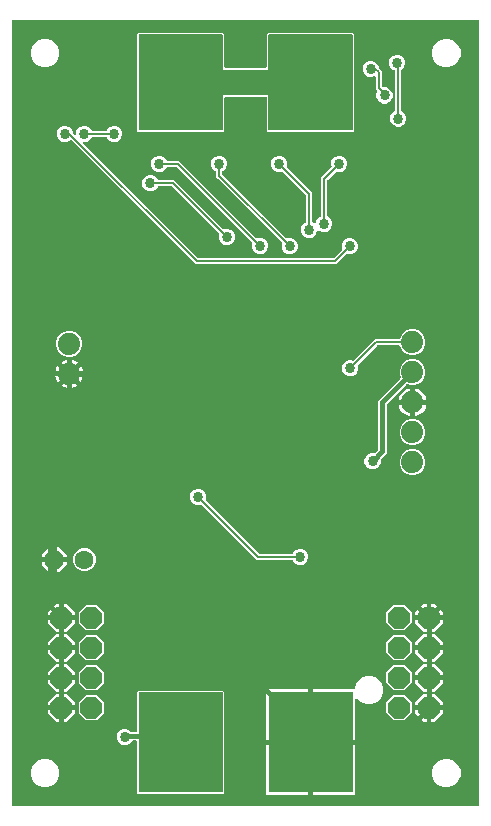
<source format=gbr>
G04 EAGLE Gerber RS-274X export*
G75*
%MOMM*%
%FSLAX34Y34*%
%LPD*%
%INBottom Copper*%
%IPPOS*%
%AMOC8*
5,1,8,0,0,1.08239X$1,22.5*%
G01*
%ADD10C,1.879600*%
%ADD11P,1.979475X8X292.500000*%
%ADD12P,1.979475X8X112.500000*%
%ADD13R,7.100000X8.450000*%
%ADD14P,1.732040X8X202.500000*%
%ADD15C,1.600200*%
%ADD16C,0.858000*%
%ADD17C,0.406400*%
%ADD18C,0.203200*%

G36*
X397042Y2009D02*
X397042Y2009D01*
X397100Y2007D01*
X397182Y2029D01*
X397266Y2041D01*
X397319Y2064D01*
X397375Y2079D01*
X397448Y2122D01*
X397525Y2157D01*
X397570Y2195D01*
X397620Y2224D01*
X397678Y2286D01*
X397742Y2340D01*
X397774Y2389D01*
X397814Y2432D01*
X397853Y2507D01*
X397900Y2577D01*
X397917Y2633D01*
X397944Y2685D01*
X397955Y2753D01*
X397985Y2848D01*
X397988Y2948D01*
X397999Y3016D01*
X397999Y666984D01*
X397991Y667042D01*
X397993Y667100D01*
X397971Y667182D01*
X397959Y667266D01*
X397936Y667319D01*
X397921Y667375D01*
X397878Y667448D01*
X397843Y667525D01*
X397805Y667570D01*
X397776Y667620D01*
X397714Y667678D01*
X397660Y667742D01*
X397611Y667774D01*
X397568Y667814D01*
X397493Y667853D01*
X397423Y667900D01*
X397367Y667917D01*
X397315Y667944D01*
X397247Y667955D01*
X397152Y667985D01*
X397052Y667988D01*
X396984Y667999D01*
X3016Y667999D01*
X2958Y667991D01*
X2900Y667993D01*
X2818Y667971D01*
X2734Y667959D01*
X2681Y667936D01*
X2625Y667921D01*
X2552Y667878D01*
X2475Y667843D01*
X2430Y667805D01*
X2380Y667776D01*
X2322Y667714D01*
X2258Y667660D01*
X2226Y667611D01*
X2186Y667568D01*
X2147Y667493D01*
X2100Y667423D01*
X2083Y667367D01*
X2056Y667315D01*
X2045Y667247D01*
X2015Y667152D01*
X2012Y667052D01*
X2001Y666984D01*
X2001Y3016D01*
X2009Y2958D01*
X2007Y2900D01*
X2029Y2818D01*
X2041Y2734D01*
X2064Y2681D01*
X2079Y2625D01*
X2122Y2552D01*
X2157Y2475D01*
X2195Y2430D01*
X2224Y2380D01*
X2286Y2322D01*
X2340Y2258D01*
X2389Y2226D01*
X2432Y2186D01*
X2507Y2147D01*
X2577Y2100D01*
X2633Y2083D01*
X2685Y2056D01*
X2753Y2045D01*
X2848Y2015D01*
X2948Y2012D01*
X3016Y2001D01*
X396984Y2001D01*
X397042Y2009D01*
G37*
%LPC*%
G36*
X109105Y572840D02*
X109105Y572840D01*
X107840Y574105D01*
X107840Y655895D01*
X109105Y657160D01*
X180895Y657160D01*
X182160Y655895D01*
X182160Y628175D01*
X182168Y628117D01*
X182166Y628059D01*
X182188Y627977D01*
X182200Y627893D01*
X182223Y627840D01*
X182238Y627784D01*
X182281Y627711D01*
X182316Y627634D01*
X182354Y627589D01*
X182383Y627539D01*
X182445Y627481D01*
X182499Y627417D01*
X182548Y627385D01*
X182591Y627345D01*
X182666Y627306D01*
X182736Y627259D01*
X182792Y627242D01*
X182844Y627215D01*
X182912Y627204D01*
X183007Y627174D01*
X183107Y627171D01*
X183175Y627160D01*
X216825Y627160D01*
X216883Y627168D01*
X216941Y627166D01*
X217023Y627188D01*
X217107Y627200D01*
X217160Y627223D01*
X217216Y627238D01*
X217289Y627281D01*
X217366Y627316D01*
X217411Y627354D01*
X217461Y627383D01*
X217519Y627445D01*
X217583Y627499D01*
X217615Y627548D01*
X217655Y627591D01*
X217694Y627666D01*
X217741Y627736D01*
X217758Y627792D01*
X217785Y627844D01*
X217796Y627912D01*
X217826Y628007D01*
X217829Y628107D01*
X217840Y628175D01*
X217840Y655895D01*
X219105Y657160D01*
X290895Y657160D01*
X292160Y655895D01*
X292160Y574105D01*
X290895Y572840D01*
X219105Y572840D01*
X217840Y574105D01*
X217840Y601825D01*
X217832Y601883D01*
X217834Y601941D01*
X217812Y602023D01*
X217800Y602107D01*
X217777Y602160D01*
X217762Y602216D01*
X217719Y602289D01*
X217684Y602366D01*
X217646Y602411D01*
X217617Y602461D01*
X217555Y602519D01*
X217501Y602583D01*
X217452Y602615D01*
X217409Y602655D01*
X217334Y602694D01*
X217264Y602741D01*
X217208Y602758D01*
X217156Y602785D01*
X217088Y602796D01*
X216993Y602826D01*
X216893Y602829D01*
X216825Y602840D01*
X183175Y602840D01*
X183117Y602832D01*
X183059Y602834D01*
X182977Y602812D01*
X182893Y602800D01*
X182840Y602777D01*
X182784Y602762D01*
X182711Y602719D01*
X182634Y602684D01*
X182589Y602646D01*
X182539Y602617D01*
X182481Y602555D01*
X182417Y602501D01*
X182385Y602452D01*
X182345Y602409D01*
X182306Y602334D01*
X182259Y602264D01*
X182242Y602208D01*
X182215Y602156D01*
X182204Y602088D01*
X182174Y601993D01*
X182171Y601893D01*
X182160Y601825D01*
X182160Y574105D01*
X180895Y572840D01*
X109105Y572840D01*
G37*
%LPD*%
G36*
X180065Y574377D02*
X180065Y574377D01*
X180131Y574379D01*
X180174Y574397D01*
X180221Y574405D01*
X180278Y574439D01*
X180338Y574464D01*
X180373Y574495D01*
X180414Y574520D01*
X180456Y574571D01*
X180504Y574615D01*
X180526Y574657D01*
X180555Y574694D01*
X180576Y574756D01*
X180607Y574815D01*
X180615Y574869D01*
X180627Y574906D01*
X180626Y574946D01*
X180634Y575000D01*
X180634Y604366D01*
X219366Y604366D01*
X219366Y575000D01*
X219377Y574935D01*
X219379Y574869D01*
X219397Y574826D01*
X219405Y574779D01*
X219439Y574722D01*
X219464Y574662D01*
X219495Y574627D01*
X219520Y574586D01*
X219571Y574545D01*
X219615Y574496D01*
X219657Y574474D01*
X219694Y574445D01*
X219756Y574424D01*
X219815Y574393D01*
X219869Y574385D01*
X219906Y574373D01*
X219946Y574374D01*
X220000Y574366D01*
X290000Y574366D01*
X290065Y574377D01*
X290131Y574379D01*
X290174Y574397D01*
X290221Y574405D01*
X290278Y574439D01*
X290338Y574464D01*
X290373Y574495D01*
X290414Y574520D01*
X290456Y574571D01*
X290504Y574615D01*
X290526Y574657D01*
X290555Y574694D01*
X290576Y574756D01*
X290607Y574815D01*
X290615Y574869D01*
X290627Y574906D01*
X290626Y574946D01*
X290634Y575000D01*
X290634Y655000D01*
X290623Y655065D01*
X290621Y655131D01*
X290603Y655174D01*
X290595Y655221D01*
X290561Y655278D01*
X290536Y655338D01*
X290505Y655373D01*
X290480Y655414D01*
X290429Y655456D01*
X290385Y655504D01*
X290343Y655526D01*
X290306Y655555D01*
X290244Y655576D01*
X290185Y655607D01*
X290131Y655615D01*
X290094Y655627D01*
X290054Y655626D01*
X290000Y655634D01*
X220000Y655634D01*
X219935Y655623D01*
X219869Y655621D01*
X219826Y655603D01*
X219779Y655595D01*
X219722Y655561D01*
X219662Y655536D01*
X219627Y655505D01*
X219586Y655480D01*
X219545Y655429D01*
X219496Y655385D01*
X219474Y655343D01*
X219445Y655306D01*
X219424Y655244D01*
X219393Y655185D01*
X219385Y655131D01*
X219373Y655094D01*
X219374Y655054D01*
X219366Y655000D01*
X219366Y625634D01*
X180634Y625634D01*
X180634Y655000D01*
X180623Y655065D01*
X180621Y655131D01*
X180603Y655174D01*
X180595Y655221D01*
X180561Y655278D01*
X180536Y655338D01*
X180505Y655373D01*
X180480Y655414D01*
X180429Y655456D01*
X180385Y655504D01*
X180343Y655526D01*
X180306Y655555D01*
X180244Y655576D01*
X180185Y655607D01*
X180131Y655615D01*
X180094Y655627D01*
X180054Y655626D01*
X180000Y655634D01*
X110000Y655634D01*
X109935Y655623D01*
X109869Y655621D01*
X109826Y655603D01*
X109779Y655595D01*
X109722Y655561D01*
X109662Y655536D01*
X109627Y655505D01*
X109586Y655480D01*
X109545Y655429D01*
X109496Y655385D01*
X109474Y655343D01*
X109445Y655306D01*
X109424Y655244D01*
X109393Y655185D01*
X109385Y655131D01*
X109373Y655094D01*
X109374Y655054D01*
X109366Y655000D01*
X109366Y575000D01*
X109377Y574935D01*
X109379Y574869D01*
X109397Y574826D01*
X109405Y574779D01*
X109439Y574722D01*
X109464Y574662D01*
X109495Y574627D01*
X109520Y574586D01*
X109571Y574545D01*
X109615Y574496D01*
X109657Y574474D01*
X109694Y574445D01*
X109756Y574424D01*
X109815Y574393D01*
X109869Y574385D01*
X109906Y574373D01*
X109946Y574374D01*
X110000Y574366D01*
X180000Y574366D01*
X180065Y574377D01*
G37*
%LPC*%
G36*
X108868Y12475D02*
X108868Y12475D01*
X107975Y13368D01*
X107975Y56758D01*
X107967Y56816D01*
X107969Y56874D01*
X107947Y56956D01*
X107935Y57040D01*
X107912Y57093D01*
X107897Y57149D01*
X107854Y57222D01*
X107819Y57299D01*
X107781Y57344D01*
X107752Y57394D01*
X107690Y57452D01*
X107636Y57516D01*
X107587Y57548D01*
X107544Y57588D01*
X107469Y57627D01*
X107399Y57674D01*
X107343Y57691D01*
X107291Y57718D01*
X107223Y57729D01*
X107128Y57759D01*
X107028Y57762D01*
X106960Y57773D01*
X104542Y57773D01*
X104540Y57773D01*
X104539Y57773D01*
X104399Y57753D01*
X104260Y57733D01*
X104259Y57733D01*
X104257Y57733D01*
X104132Y57676D01*
X104001Y57617D01*
X104000Y57616D01*
X103998Y57615D01*
X103891Y57524D01*
X103784Y57434D01*
X103783Y57432D01*
X103782Y57431D01*
X103774Y57418D01*
X103626Y57197D01*
X103617Y57168D01*
X103604Y57147D01*
X103581Y57091D01*
X101659Y55169D01*
X99149Y54129D01*
X96431Y54129D01*
X93921Y55169D01*
X91999Y57091D01*
X90959Y59601D01*
X90959Y62319D01*
X91999Y64829D01*
X93921Y66751D01*
X96431Y67791D01*
X99149Y67791D01*
X101659Y66751D01*
X103226Y65184D01*
X103296Y65132D01*
X103360Y65072D01*
X103409Y65046D01*
X103453Y65013D01*
X103535Y64982D01*
X103613Y64942D01*
X103660Y64934D01*
X103719Y64912D01*
X103867Y64900D01*
X103944Y64887D01*
X106960Y64887D01*
X107018Y64895D01*
X107076Y64893D01*
X107158Y64915D01*
X107242Y64927D01*
X107295Y64950D01*
X107351Y64965D01*
X107424Y65008D01*
X107501Y65043D01*
X107546Y65081D01*
X107596Y65110D01*
X107654Y65172D01*
X107718Y65226D01*
X107750Y65275D01*
X107790Y65318D01*
X107829Y65393D01*
X107876Y65463D01*
X107893Y65519D01*
X107920Y65571D01*
X107931Y65639D01*
X107961Y65734D01*
X107964Y65834D01*
X107975Y65902D01*
X107975Y99132D01*
X108868Y100025D01*
X181132Y100025D01*
X182025Y99132D01*
X182025Y13368D01*
X181132Y12475D01*
X108868Y12475D01*
G37*
%LPD*%
%LPC*%
G36*
X157698Y461009D02*
X157698Y461009D01*
X52646Y566060D01*
X52600Y566096D01*
X52559Y566138D01*
X52486Y566181D01*
X52419Y566231D01*
X52365Y566252D01*
X52314Y566282D01*
X52232Y566303D01*
X52154Y566333D01*
X52095Y566337D01*
X52039Y566352D01*
X51954Y566349D01*
X51870Y566356D01*
X51813Y566345D01*
X51754Y566343D01*
X51674Y566317D01*
X51591Y566300D01*
X51540Y566273D01*
X51484Y566255D01*
X51428Y566215D01*
X51339Y566169D01*
X51267Y566101D01*
X51211Y566060D01*
X50859Y565709D01*
X48349Y564669D01*
X45631Y564669D01*
X43121Y565709D01*
X41199Y567631D01*
X40159Y570141D01*
X40159Y572859D01*
X41199Y575369D01*
X43121Y577291D01*
X45631Y578331D01*
X48349Y578331D01*
X50859Y577291D01*
X52781Y575369D01*
X53821Y572859D01*
X53821Y572493D01*
X53833Y572406D01*
X53836Y572319D01*
X53853Y572266D01*
X53861Y572211D01*
X53896Y572132D01*
X53923Y572048D01*
X53951Y572009D01*
X53977Y571952D01*
X54073Y571839D01*
X54118Y571775D01*
X54936Y570957D01*
X54960Y570939D01*
X54979Y570917D01*
X55073Y570854D01*
X55163Y570786D01*
X55191Y570776D01*
X55215Y570759D01*
X55323Y570725D01*
X55429Y570685D01*
X55458Y570682D01*
X55486Y570674D01*
X55600Y570671D01*
X55712Y570661D01*
X55741Y570667D01*
X55770Y570666D01*
X55880Y570695D01*
X55991Y570717D01*
X56017Y570731D01*
X56045Y570738D01*
X56143Y570796D01*
X56243Y570848D01*
X56265Y570868D01*
X56290Y570883D01*
X56367Y570966D01*
X56449Y571044D01*
X56464Y571069D01*
X56484Y571091D01*
X56536Y571192D01*
X56593Y571289D01*
X56600Y571318D01*
X56614Y571344D01*
X56627Y571421D01*
X56663Y571565D01*
X56661Y571627D01*
X56669Y571675D01*
X56669Y572859D01*
X57709Y575369D01*
X59631Y577291D01*
X62141Y578331D01*
X64859Y578331D01*
X67369Y577291D01*
X69291Y575369D01*
X69582Y574667D01*
X69582Y574666D01*
X69583Y574665D01*
X69653Y574546D01*
X69726Y574423D01*
X69727Y574421D01*
X69728Y574420D01*
X69830Y574325D01*
X69933Y574227D01*
X69934Y574227D01*
X69935Y574226D01*
X70061Y574161D01*
X70185Y574097D01*
X70187Y574097D01*
X70188Y574096D01*
X70203Y574094D01*
X70464Y574042D01*
X70495Y574045D01*
X70519Y574041D01*
X81881Y574041D01*
X81882Y574041D01*
X81884Y574041D01*
X82024Y574061D01*
X82162Y574081D01*
X82163Y574081D01*
X82165Y574081D01*
X82295Y574140D01*
X82421Y574197D01*
X82423Y574198D01*
X82424Y574199D01*
X82531Y574289D01*
X82638Y574380D01*
X82639Y574382D01*
X82641Y574383D01*
X82648Y574395D01*
X82796Y574617D01*
X82805Y574646D01*
X82818Y574667D01*
X83109Y575369D01*
X85031Y577291D01*
X87541Y578331D01*
X90259Y578331D01*
X92769Y577291D01*
X94691Y575369D01*
X95731Y572859D01*
X95731Y570141D01*
X94691Y567631D01*
X92769Y565709D01*
X90259Y564669D01*
X87541Y564669D01*
X85031Y565709D01*
X83109Y567631D01*
X82818Y568333D01*
X82818Y568334D01*
X82817Y568335D01*
X82748Y568452D01*
X82674Y568577D01*
X82673Y568579D01*
X82672Y568580D01*
X82570Y568675D01*
X82467Y568773D01*
X82466Y568773D01*
X82465Y568774D01*
X82339Y568839D01*
X82215Y568903D01*
X82213Y568903D01*
X82212Y568904D01*
X82197Y568906D01*
X81936Y568958D01*
X81905Y568955D01*
X81881Y568959D01*
X70519Y568959D01*
X70518Y568959D01*
X70516Y568959D01*
X70376Y568939D01*
X70238Y568919D01*
X70237Y568919D01*
X70235Y568919D01*
X70105Y568860D01*
X69979Y568803D01*
X69977Y568802D01*
X69976Y568801D01*
X69869Y568711D01*
X69762Y568620D01*
X69761Y568618D01*
X69759Y568617D01*
X69752Y568605D01*
X69604Y568383D01*
X69595Y568354D01*
X69582Y568333D01*
X69291Y567631D01*
X67369Y565709D01*
X64859Y564669D01*
X63675Y564669D01*
X63646Y564665D01*
X63617Y564668D01*
X63506Y564645D01*
X63393Y564629D01*
X63367Y564617D01*
X63338Y564612D01*
X63237Y564560D01*
X63134Y564513D01*
X63112Y564494D01*
X63086Y564481D01*
X63003Y564403D01*
X62917Y564330D01*
X62901Y564305D01*
X62879Y564285D01*
X62822Y564187D01*
X62759Y564093D01*
X62751Y564065D01*
X62736Y564040D01*
X62708Y563930D01*
X62674Y563822D01*
X62673Y563792D01*
X62666Y563764D01*
X62669Y563651D01*
X62666Y563538D01*
X62674Y563509D01*
X62675Y563480D01*
X62710Y563372D01*
X62738Y563263D01*
X62753Y563237D01*
X62762Y563209D01*
X62808Y563146D01*
X62883Y563018D01*
X62929Y562975D01*
X62957Y562936D01*
X159505Y466388D01*
X159575Y466336D01*
X159639Y466276D01*
X159688Y466250D01*
X159732Y466217D01*
X159814Y466186D01*
X159892Y466146D01*
X159939Y466138D01*
X159998Y466116D01*
X160146Y466104D01*
X160223Y466091D01*
X274117Y466091D01*
X274204Y466103D01*
X274291Y466106D01*
X274344Y466123D01*
X274399Y466131D01*
X274478Y466166D01*
X274562Y466193D01*
X274601Y466221D01*
X274658Y466247D01*
X274771Y466343D01*
X274835Y466388D01*
X281530Y473083D01*
X281531Y473084D01*
X281532Y473085D01*
X281617Y473199D01*
X281701Y473310D01*
X281701Y473312D01*
X281702Y473313D01*
X281752Y473445D01*
X281802Y473576D01*
X281802Y473577D01*
X281803Y473579D01*
X281814Y473723D01*
X281826Y473859D01*
X281825Y473861D01*
X281825Y473862D01*
X281822Y473878D01*
X281770Y474138D01*
X281756Y474165D01*
X281750Y474189D01*
X281459Y474891D01*
X281459Y477609D01*
X282499Y480119D01*
X284421Y482041D01*
X286931Y483081D01*
X289649Y483081D01*
X292159Y482041D01*
X294081Y480119D01*
X295121Y477609D01*
X295121Y474891D01*
X294081Y472381D01*
X292159Y470459D01*
X289649Y469419D01*
X286931Y469419D01*
X286229Y469710D01*
X286228Y469710D01*
X286227Y469711D01*
X286093Y469745D01*
X285954Y469781D01*
X285953Y469781D01*
X285951Y469781D01*
X285810Y469777D01*
X285670Y469773D01*
X285668Y469772D01*
X285667Y469772D01*
X285534Y469729D01*
X285399Y469686D01*
X285398Y469685D01*
X285396Y469685D01*
X285384Y469676D01*
X285163Y469528D01*
X285143Y469504D01*
X285123Y469490D01*
X278428Y462795D01*
X276642Y461009D01*
X157698Y461009D01*
G37*
%LPD*%
%LPC*%
G36*
X257031Y58281D02*
X257031Y58281D01*
X257031Y101041D01*
X290834Y101041D01*
X291221Y100937D01*
X291270Y100931D01*
X291316Y100916D01*
X291410Y100914D01*
X291503Y100903D01*
X291552Y100910D01*
X291600Y100909D01*
X291691Y100933D01*
X291784Y100948D01*
X291828Y100969D01*
X291875Y100981D01*
X291956Y101029D01*
X292041Y101069D01*
X292078Y101101D01*
X292120Y101126D01*
X292184Y101195D01*
X292255Y101257D01*
X292281Y101298D01*
X292314Y101334D01*
X292357Y101417D01*
X292408Y101496D01*
X292422Y101543D01*
X292444Y101587D01*
X292456Y101660D01*
X292488Y101769D01*
X292489Y101856D01*
X292499Y101918D01*
X292499Y102887D01*
X294326Y107298D01*
X297702Y110674D01*
X302113Y112501D01*
X306887Y112501D01*
X311298Y110674D01*
X314674Y107298D01*
X316501Y102887D01*
X316501Y98113D01*
X314674Y93702D01*
X311298Y90326D01*
X306887Y88499D01*
X302113Y88499D01*
X297702Y90326D01*
X294774Y93255D01*
X294750Y93272D01*
X294731Y93295D01*
X294637Y93357D01*
X294547Y93425D01*
X294519Y93436D01*
X294495Y93452D01*
X294387Y93486D01*
X294281Y93527D01*
X294252Y93529D01*
X294224Y93538D01*
X294110Y93541D01*
X293998Y93550D01*
X293969Y93544D01*
X293940Y93545D01*
X293830Y93517D01*
X293719Y93494D01*
X293693Y93481D01*
X293665Y93473D01*
X293567Y93416D01*
X293467Y93363D01*
X293445Y93343D01*
X293420Y93328D01*
X293343Y93246D01*
X293261Y93168D01*
X293246Y93142D01*
X293226Y93121D01*
X293174Y93020D01*
X293117Y92922D01*
X293110Y92894D01*
X293096Y92868D01*
X293083Y92790D01*
X293047Y92647D01*
X293049Y92584D01*
X293041Y92537D01*
X293041Y58281D01*
X257031Y58281D01*
G37*
%LPD*%
%LPC*%
G36*
X257031Y11459D02*
X257031Y11459D01*
X257031Y54219D01*
X293041Y54219D01*
X293041Y13666D01*
X292868Y13019D01*
X292533Y12440D01*
X292060Y11967D01*
X291481Y11632D01*
X290834Y11459D01*
X257031Y11459D01*
G37*
%LPD*%
%LPC*%
G36*
X216959Y58281D02*
X216959Y58281D01*
X216959Y98834D01*
X217132Y99481D01*
X217467Y100060D01*
X217940Y100533D01*
X218519Y100868D01*
X219166Y101041D01*
X252969Y101041D01*
X252969Y58281D01*
X216959Y58281D01*
G37*
%LPD*%
%LPC*%
G36*
X219166Y11459D02*
X219166Y11459D01*
X218519Y11632D01*
X217940Y11967D01*
X217467Y12440D01*
X217132Y13019D01*
X216959Y13666D01*
X216959Y54219D01*
X252969Y54219D01*
X252969Y11459D01*
X219166Y11459D01*
G37*
%LPD*%
%LPC*%
G36*
X252641Y483389D02*
X252641Y483389D01*
X250131Y484429D01*
X248209Y486351D01*
X247169Y488861D01*
X247169Y491579D01*
X248209Y494089D01*
X250131Y496011D01*
X250833Y496302D01*
X250834Y496302D01*
X250835Y496303D01*
X250952Y496372D01*
X251077Y496446D01*
X251079Y496447D01*
X251080Y496448D01*
X251175Y496550D01*
X251273Y496653D01*
X251273Y496654D01*
X251274Y496655D01*
X251339Y496781D01*
X251403Y496905D01*
X251403Y496907D01*
X251404Y496908D01*
X251406Y496923D01*
X251458Y497184D01*
X251455Y497215D01*
X251459Y497239D01*
X251459Y519227D01*
X251447Y519314D01*
X251444Y519401D01*
X251427Y519454D01*
X251419Y519509D01*
X251384Y519588D01*
X251357Y519672D01*
X251329Y519711D01*
X251303Y519768D01*
X251207Y519881D01*
X251162Y519945D01*
X231767Y539340D01*
X231766Y539341D01*
X231765Y539342D01*
X231651Y539427D01*
X231540Y539511D01*
X231538Y539511D01*
X231537Y539512D01*
X231408Y539561D01*
X231274Y539612D01*
X231273Y539612D01*
X231271Y539613D01*
X231127Y539624D01*
X230991Y539636D01*
X230989Y539635D01*
X230988Y539635D01*
X230972Y539632D01*
X230712Y539580D01*
X230685Y539566D01*
X230661Y539560D01*
X229959Y539269D01*
X227241Y539269D01*
X224731Y540309D01*
X222809Y542231D01*
X221769Y544741D01*
X221769Y547459D01*
X222809Y549969D01*
X224731Y551891D01*
X227241Y552931D01*
X229959Y552931D01*
X232469Y551891D01*
X234391Y549969D01*
X235431Y547459D01*
X235431Y544741D01*
X235140Y544039D01*
X235140Y544038D01*
X235139Y544037D01*
X235105Y543903D01*
X235069Y543764D01*
X235069Y543763D01*
X235069Y543761D01*
X235073Y543620D01*
X235077Y543480D01*
X235078Y543478D01*
X235078Y543477D01*
X235121Y543344D01*
X235164Y543209D01*
X235165Y543208D01*
X235165Y543206D01*
X235174Y543194D01*
X235322Y542973D01*
X235346Y542953D01*
X235360Y542933D01*
X256541Y521752D01*
X256541Y497239D01*
X256541Y497238D01*
X256541Y497236D01*
X256561Y497096D01*
X256581Y496958D01*
X256581Y496957D01*
X256581Y496955D01*
X256643Y496819D01*
X256697Y496699D01*
X256698Y496697D01*
X256699Y496696D01*
X256789Y496589D01*
X256880Y496482D01*
X256882Y496481D01*
X256883Y496479D01*
X256895Y496472D01*
X257117Y496324D01*
X257146Y496315D01*
X257167Y496302D01*
X257869Y496011D01*
X258136Y495744D01*
X258160Y495726D01*
X258179Y495704D01*
X258273Y495641D01*
X258363Y495573D01*
X258391Y495563D01*
X258415Y495546D01*
X258523Y495512D01*
X258629Y495472D01*
X258658Y495469D01*
X258686Y495461D01*
X258799Y495458D01*
X258912Y495448D01*
X258941Y495454D01*
X258970Y495453D01*
X259080Y495482D01*
X259191Y495504D01*
X259217Y495518D01*
X259245Y495525D01*
X259343Y495583D01*
X259443Y495635D01*
X259465Y495655D01*
X259490Y495670D01*
X259567Y495753D01*
X259649Y495831D01*
X259664Y495856D01*
X259684Y495878D01*
X259736Y495979D01*
X259793Y496076D01*
X259800Y496105D01*
X259814Y496131D01*
X259827Y496208D01*
X259863Y496352D01*
X259861Y496414D01*
X259869Y496462D01*
X259869Y496659D01*
X260909Y499169D01*
X262831Y501091D01*
X263533Y501382D01*
X263534Y501382D01*
X263535Y501383D01*
X263654Y501453D01*
X263777Y501526D01*
X263778Y501527D01*
X263780Y501528D01*
X263877Y501632D01*
X263973Y501733D01*
X263973Y501734D01*
X263974Y501735D01*
X264039Y501861D01*
X264103Y501985D01*
X264103Y501987D01*
X264104Y501988D01*
X264106Y502003D01*
X264158Y502264D01*
X264155Y502295D01*
X264159Y502320D01*
X264159Y534452D01*
X272640Y542933D01*
X272641Y542934D01*
X272642Y542935D01*
X272727Y543049D01*
X272811Y543160D01*
X272811Y543162D01*
X272812Y543163D01*
X272862Y543295D01*
X272912Y543426D01*
X272912Y543427D01*
X272913Y543429D01*
X272924Y543568D01*
X272936Y543709D01*
X272935Y543711D01*
X272935Y543712D01*
X272932Y543728D01*
X272880Y543988D01*
X272866Y544015D01*
X272860Y544039D01*
X272569Y544741D01*
X272569Y547459D01*
X273609Y549969D01*
X275531Y551891D01*
X278041Y552931D01*
X280759Y552931D01*
X283269Y551891D01*
X285191Y549969D01*
X286231Y547459D01*
X286231Y544741D01*
X285191Y542231D01*
X283269Y540309D01*
X280759Y539269D01*
X278041Y539269D01*
X277339Y539560D01*
X277338Y539560D01*
X277337Y539561D01*
X277203Y539595D01*
X277064Y539631D01*
X277063Y539631D01*
X277061Y539631D01*
X276920Y539627D01*
X276780Y539623D01*
X276778Y539622D01*
X276777Y539622D01*
X276644Y539579D01*
X276509Y539536D01*
X276508Y539535D01*
X276506Y539535D01*
X276494Y539526D01*
X276273Y539378D01*
X276253Y539354D01*
X276233Y539340D01*
X269538Y532645D01*
X269486Y532575D01*
X269426Y532511D01*
X269400Y532462D01*
X269367Y532418D01*
X269336Y532336D01*
X269296Y532258D01*
X269288Y532211D01*
X269266Y532152D01*
X269254Y532004D01*
X269241Y531927D01*
X269241Y502320D01*
X269241Y502318D01*
X269241Y502316D01*
X269261Y502177D01*
X269281Y502038D01*
X269281Y502037D01*
X269281Y502035D01*
X269340Y501905D01*
X269397Y501779D01*
X269398Y501777D01*
X269398Y501776D01*
X269492Y501666D01*
X269580Y501562D01*
X269582Y501561D01*
X269583Y501560D01*
X269596Y501551D01*
X269817Y501404D01*
X269846Y501395D01*
X269867Y501382D01*
X270569Y501091D01*
X272491Y499169D01*
X273531Y496659D01*
X273531Y493941D01*
X272491Y491431D01*
X270569Y489509D01*
X268059Y488469D01*
X265341Y488469D01*
X262831Y489509D01*
X262564Y489776D01*
X262540Y489794D01*
X262521Y489816D01*
X262427Y489879D01*
X262337Y489947D01*
X262309Y489957D01*
X262285Y489974D01*
X262177Y490008D01*
X262071Y490048D01*
X262042Y490051D01*
X262014Y490059D01*
X261901Y490062D01*
X261788Y490072D01*
X261759Y490066D01*
X261730Y490067D01*
X261620Y490038D01*
X261509Y490016D01*
X261483Y490002D01*
X261455Y489995D01*
X261357Y489937D01*
X261257Y489885D01*
X261235Y489865D01*
X261210Y489850D01*
X261133Y489767D01*
X261051Y489689D01*
X261036Y489664D01*
X261016Y489642D01*
X260964Y489541D01*
X260907Y489444D01*
X260900Y489415D01*
X260886Y489389D01*
X260873Y489312D01*
X260837Y489168D01*
X260839Y489106D01*
X260831Y489058D01*
X260831Y488861D01*
X259791Y486351D01*
X257869Y484429D01*
X255359Y483389D01*
X252641Y483389D01*
G37*
%LPD*%
%LPC*%
G36*
X306159Y287479D02*
X306159Y287479D01*
X303649Y288519D01*
X301727Y290441D01*
X300687Y292951D01*
X300687Y295669D01*
X301727Y298179D01*
X303649Y300101D01*
X306159Y301141D01*
X308898Y301141D01*
X308985Y301153D01*
X309072Y301156D01*
X309125Y301173D01*
X309180Y301181D01*
X309260Y301216D01*
X309343Y301243D01*
X309382Y301271D01*
X309439Y301297D01*
X309552Y301393D01*
X309616Y301438D01*
X312046Y303868D01*
X312098Y303938D01*
X312158Y304002D01*
X312184Y304051D01*
X312217Y304095D01*
X312248Y304177D01*
X312288Y304255D01*
X312296Y304302D01*
X312318Y304361D01*
X312330Y304508D01*
X312343Y304586D01*
X312343Y345473D01*
X314724Y347854D01*
X330987Y364117D01*
X330988Y364118D01*
X330989Y364119D01*
X331074Y364233D01*
X331158Y364344D01*
X331159Y364346D01*
X331160Y364347D01*
X331209Y364479D01*
X331259Y364610D01*
X331259Y364612D01*
X331260Y364613D01*
X331272Y364758D01*
X331283Y364893D01*
X331283Y364895D01*
X331283Y364896D01*
X331279Y364912D01*
X331227Y365172D01*
X331213Y365199D01*
X331207Y365224D01*
X330377Y367227D01*
X330377Y371573D01*
X332040Y375587D01*
X335113Y378660D01*
X339127Y380323D01*
X343473Y380323D01*
X347487Y378660D01*
X350560Y375587D01*
X352223Y371573D01*
X352223Y367227D01*
X350560Y363213D01*
X347487Y360140D01*
X343473Y358477D01*
X339127Y358477D01*
X337124Y359307D01*
X337122Y359308D01*
X337121Y359308D01*
X337107Y359312D01*
X337104Y359313D01*
X337098Y359314D01*
X336988Y359342D01*
X336848Y359378D01*
X336847Y359378D01*
X336845Y359379D01*
X336704Y359374D01*
X336564Y359370D01*
X336563Y359370D01*
X336561Y359370D01*
X336428Y359327D01*
X336293Y359283D01*
X336292Y359283D01*
X336291Y359282D01*
X336278Y359273D01*
X336207Y359225D01*
X336178Y359213D01*
X336142Y359182D01*
X336057Y359125D01*
X336038Y359102D01*
X336017Y359087D01*
X319754Y342824D01*
X319738Y342802D01*
X319717Y342785D01*
X319685Y342737D01*
X319642Y342690D01*
X319616Y342641D01*
X319583Y342597D01*
X319571Y342566D01*
X319560Y342548D01*
X319545Y342501D01*
X319512Y342437D01*
X319504Y342390D01*
X319482Y342331D01*
X319479Y342293D01*
X319474Y342277D01*
X319472Y342215D01*
X319470Y342184D01*
X319457Y342106D01*
X319457Y301219D01*
X314646Y296408D01*
X314594Y296338D01*
X314534Y296274D01*
X314508Y296225D01*
X314475Y296181D01*
X314444Y296099D01*
X314404Y296021D01*
X314396Y295974D01*
X314374Y295915D01*
X314362Y295768D01*
X314349Y295690D01*
X314349Y292951D01*
X313309Y290441D01*
X311387Y288519D01*
X308877Y287479D01*
X306159Y287479D01*
G37*
%LPD*%
%LPC*%
G36*
X211036Y469724D02*
X211036Y469724D01*
X208525Y470764D01*
X206604Y472685D01*
X205564Y475196D01*
X205564Y477913D01*
X205855Y478615D01*
X205855Y478617D01*
X205856Y478618D01*
X205890Y478751D01*
X205925Y478890D01*
X205925Y478892D01*
X205926Y478894D01*
X205921Y479031D01*
X205917Y479175D01*
X205917Y479176D01*
X205917Y479178D01*
X205874Y479310D01*
X205831Y479445D01*
X205830Y479447D01*
X205829Y479448D01*
X205821Y479460D01*
X205672Y479681D01*
X205649Y479701D01*
X205634Y479721D01*
X142094Y543262D01*
X142024Y543314D01*
X141960Y543374D01*
X141911Y543400D01*
X141867Y543433D01*
X141785Y543464D01*
X141707Y543504D01*
X141660Y543512D01*
X141601Y543534D01*
X141453Y543546D01*
X141376Y543559D01*
X134019Y543559D01*
X134018Y543559D01*
X134016Y543559D01*
X133876Y543539D01*
X133738Y543519D01*
X133737Y543519D01*
X133735Y543519D01*
X133605Y543460D01*
X133479Y543403D01*
X133477Y543402D01*
X133476Y543401D01*
X133369Y543311D01*
X133262Y543220D01*
X133261Y543218D01*
X133259Y543217D01*
X133252Y543205D01*
X133104Y542983D01*
X133095Y542954D01*
X133082Y542933D01*
X132791Y542231D01*
X130869Y540309D01*
X128359Y539269D01*
X125641Y539269D01*
X123131Y540309D01*
X121209Y542231D01*
X120169Y544741D01*
X120169Y547459D01*
X121209Y549969D01*
X123131Y551891D01*
X125641Y552931D01*
X128359Y552931D01*
X130869Y551891D01*
X132791Y549969D01*
X133082Y549267D01*
X133082Y549266D01*
X133083Y549265D01*
X133152Y549148D01*
X133226Y549023D01*
X133227Y549021D01*
X133228Y549020D01*
X133330Y548925D01*
X133433Y548827D01*
X133434Y548827D01*
X133435Y548826D01*
X133561Y548761D01*
X133685Y548697D01*
X133687Y548697D01*
X133688Y548696D01*
X133703Y548694D01*
X133964Y548642D01*
X133995Y548645D01*
X134019Y548641D01*
X143902Y548641D01*
X145687Y546855D01*
X209228Y483315D01*
X209229Y483314D01*
X209230Y483312D01*
X209348Y483224D01*
X209455Y483144D01*
X209456Y483143D01*
X209458Y483142D01*
X209591Y483092D01*
X209720Y483043D01*
X209722Y483042D01*
X209723Y483042D01*
X209868Y483030D01*
X210004Y483019D01*
X210005Y483019D01*
X210007Y483019D01*
X210022Y483023D01*
X210282Y483075D01*
X210310Y483089D01*
X210334Y483095D01*
X211036Y483385D01*
X213753Y483385D01*
X216264Y482345D01*
X218185Y480424D01*
X219225Y477913D01*
X219225Y475196D01*
X218185Y472685D01*
X216264Y470764D01*
X213753Y469724D01*
X211036Y469724D01*
G37*
%LPD*%
%LPC*%
G36*
X245021Y206529D02*
X245021Y206529D01*
X242511Y207569D01*
X240589Y209491D01*
X240298Y210193D01*
X240298Y210194D01*
X240297Y210195D01*
X240228Y210312D01*
X240154Y210437D01*
X240153Y210439D01*
X240152Y210440D01*
X240050Y210535D01*
X239947Y210633D01*
X239946Y210633D01*
X239945Y210634D01*
X239819Y210699D01*
X239695Y210763D01*
X239693Y210763D01*
X239692Y210764D01*
X239677Y210766D01*
X239416Y210818D01*
X239385Y210815D01*
X239361Y210819D01*
X209768Y210819D01*
X207982Y212605D01*
X163187Y257400D01*
X163186Y257401D01*
X163185Y257402D01*
X163069Y257489D01*
X162960Y257571D01*
X162958Y257571D01*
X162957Y257572D01*
X162825Y257622D01*
X162694Y257672D01*
X162693Y257672D01*
X162691Y257673D01*
X162547Y257684D01*
X162411Y257696D01*
X162409Y257695D01*
X162408Y257695D01*
X162392Y257692D01*
X162132Y257640D01*
X162105Y257626D01*
X162081Y257620D01*
X161379Y257329D01*
X158661Y257329D01*
X156151Y258369D01*
X154229Y260291D01*
X153189Y262801D01*
X153189Y265519D01*
X154229Y268029D01*
X156151Y269951D01*
X158661Y270991D01*
X161379Y270991D01*
X163889Y269951D01*
X165811Y268029D01*
X166851Y265519D01*
X166851Y262801D01*
X166560Y262099D01*
X166560Y262098D01*
X166559Y262097D01*
X166524Y261960D01*
X166489Y261824D01*
X166489Y261823D01*
X166489Y261821D01*
X166493Y261680D01*
X166497Y261540D01*
X166498Y261538D01*
X166498Y261537D01*
X166541Y261404D01*
X166584Y261269D01*
X166585Y261268D01*
X166585Y261266D01*
X166594Y261254D01*
X166742Y261033D01*
X166766Y261013D01*
X166780Y260993D01*
X211575Y216198D01*
X211645Y216146D01*
X211709Y216086D01*
X211758Y216060D01*
X211802Y216027D01*
X211884Y215996D01*
X211962Y215956D01*
X212009Y215948D01*
X212068Y215926D01*
X212216Y215914D01*
X212293Y215901D01*
X239361Y215901D01*
X239362Y215901D01*
X239364Y215901D01*
X239504Y215921D01*
X239642Y215941D01*
X239643Y215941D01*
X239645Y215941D01*
X239775Y216000D01*
X239901Y216057D01*
X239903Y216058D01*
X239904Y216059D01*
X240011Y216149D01*
X240118Y216240D01*
X240119Y216242D01*
X240121Y216243D01*
X240128Y216255D01*
X240276Y216477D01*
X240285Y216506D01*
X240298Y216527D01*
X240589Y217229D01*
X242511Y219151D01*
X245021Y220191D01*
X247739Y220191D01*
X250249Y219151D01*
X252171Y217229D01*
X253211Y214719D01*
X253211Y212001D01*
X252171Y209491D01*
X250249Y207569D01*
X247739Y206529D01*
X245021Y206529D01*
G37*
%LPD*%
%LPC*%
G36*
X287241Y366079D02*
X287241Y366079D01*
X284731Y367119D01*
X282809Y369041D01*
X281769Y371551D01*
X281769Y374269D01*
X282809Y376779D01*
X284731Y378701D01*
X287241Y379741D01*
X289959Y379741D01*
X290661Y379450D01*
X290662Y379450D01*
X290663Y379449D01*
X290797Y379415D01*
X290936Y379379D01*
X290937Y379379D01*
X290939Y379379D01*
X291080Y379383D01*
X291220Y379387D01*
X291222Y379388D01*
X291223Y379388D01*
X291356Y379431D01*
X291491Y379474D01*
X291492Y379475D01*
X291494Y379475D01*
X291506Y379484D01*
X291727Y379632D01*
X291747Y379656D01*
X291767Y379670D01*
X307652Y395555D01*
X309438Y397341D01*
X329851Y397341D01*
X329853Y397341D01*
X329855Y397341D01*
X329995Y397361D01*
X330133Y397381D01*
X330134Y397381D01*
X330136Y397381D01*
X330262Y397438D01*
X330392Y397497D01*
X330394Y397498D01*
X330395Y397499D01*
X330502Y397590D01*
X330609Y397680D01*
X330610Y397682D01*
X330611Y397683D01*
X330620Y397696D01*
X330767Y397917D01*
X330776Y397946D01*
X330789Y397967D01*
X332040Y400987D01*
X335113Y404060D01*
X339127Y405723D01*
X343473Y405723D01*
X347487Y404060D01*
X350560Y400987D01*
X352223Y396973D01*
X352223Y392627D01*
X350560Y388613D01*
X347487Y385540D01*
X343473Y383877D01*
X339127Y383877D01*
X335113Y385540D01*
X332040Y388613D01*
X330789Y391633D01*
X330789Y391634D01*
X330788Y391635D01*
X330717Y391756D01*
X330645Y391877D01*
X330644Y391878D01*
X330643Y391880D01*
X330539Y391977D01*
X330438Y392073D01*
X330437Y392073D01*
X330436Y392074D01*
X330310Y392139D01*
X330185Y392203D01*
X330184Y392203D01*
X330182Y392204D01*
X330168Y392206D01*
X329906Y392258D01*
X329876Y392255D01*
X329851Y392259D01*
X311963Y392259D01*
X311876Y392247D01*
X311789Y392244D01*
X311736Y392227D01*
X311681Y392219D01*
X311602Y392184D01*
X311518Y392157D01*
X311479Y392129D01*
X311422Y392103D01*
X311309Y392007D01*
X311245Y391962D01*
X295360Y376077D01*
X295359Y376076D01*
X295358Y376075D01*
X295273Y375961D01*
X295189Y375850D01*
X295189Y375848D01*
X295188Y375847D01*
X295138Y375715D01*
X295088Y375584D01*
X295088Y375583D01*
X295087Y375581D01*
X295076Y375435D01*
X295064Y375301D01*
X295065Y375299D01*
X295065Y375298D01*
X295068Y375282D01*
X295120Y375022D01*
X295134Y374995D01*
X295140Y374971D01*
X295431Y374269D01*
X295431Y371551D01*
X294391Y369041D01*
X292469Y367119D01*
X289959Y366079D01*
X287241Y366079D01*
G37*
%LPD*%
%LPC*%
G36*
X236131Y469419D02*
X236131Y469419D01*
X233621Y470459D01*
X231699Y472381D01*
X230659Y474891D01*
X230659Y477609D01*
X230950Y478311D01*
X230950Y478312D01*
X230951Y478313D01*
X230985Y478445D01*
X231021Y478586D01*
X231021Y478587D01*
X231021Y478589D01*
X231017Y478726D01*
X231013Y478870D01*
X231012Y478872D01*
X231012Y478873D01*
X230971Y479000D01*
X230926Y479141D01*
X230925Y479142D01*
X230925Y479144D01*
X230916Y479156D01*
X230768Y479377D01*
X230744Y479397D01*
X230730Y479417D01*
X177045Y533102D01*
X175259Y534888D01*
X175259Y539081D01*
X175259Y539082D01*
X175259Y539084D01*
X175251Y539138D01*
X175253Y539184D01*
X175235Y539251D01*
X175219Y539362D01*
X175219Y539363D01*
X175219Y539365D01*
X175187Y539434D01*
X175181Y539459D01*
X175161Y539493D01*
X175160Y539495D01*
X175103Y539621D01*
X175102Y539623D01*
X175101Y539624D01*
X175040Y539696D01*
X175036Y539704D01*
X175026Y539713D01*
X175011Y539731D01*
X174920Y539838D01*
X174918Y539839D01*
X174917Y539841D01*
X174905Y539848D01*
X174683Y539996D01*
X174654Y540005D01*
X174633Y540018D01*
X173931Y540309D01*
X172009Y542231D01*
X170969Y544741D01*
X170969Y547459D01*
X172009Y549969D01*
X173931Y551891D01*
X176441Y552931D01*
X179159Y552931D01*
X181669Y551891D01*
X183591Y549969D01*
X184631Y547459D01*
X184631Y544741D01*
X183591Y542231D01*
X181669Y540309D01*
X180967Y540018D01*
X180966Y540018D01*
X180965Y540017D01*
X180848Y539948D01*
X180723Y539874D01*
X180721Y539873D01*
X180720Y539872D01*
X180625Y539770D01*
X180605Y539749D01*
X180598Y539743D01*
X180595Y539739D01*
X180527Y539667D01*
X180527Y539666D01*
X180526Y539665D01*
X180461Y539539D01*
X180460Y539535D01*
X180440Y539507D01*
X180434Y539485D01*
X180397Y539415D01*
X180397Y539413D01*
X180396Y539412D01*
X180394Y539397D01*
X180374Y539297D01*
X180355Y539236D01*
X180354Y539193D01*
X180342Y539136D01*
X180345Y539105D01*
X180341Y539081D01*
X180341Y537413D01*
X180353Y537326D01*
X180356Y537239D01*
X180373Y537186D01*
X180381Y537131D01*
X180416Y537052D01*
X180443Y536968D01*
X180471Y536929D01*
X180497Y536872D01*
X180593Y536759D01*
X180638Y536695D01*
X234323Y483010D01*
X234324Y483009D01*
X234325Y483008D01*
X234444Y482919D01*
X234550Y482839D01*
X234552Y482839D01*
X234553Y482838D01*
X234687Y482787D01*
X234816Y482738D01*
X234817Y482738D01*
X234819Y482737D01*
X234963Y482726D01*
X235099Y482714D01*
X235101Y482715D01*
X235102Y482715D01*
X235118Y482718D01*
X235378Y482770D01*
X235405Y482784D01*
X235429Y482790D01*
X236131Y483081D01*
X238849Y483081D01*
X241359Y482041D01*
X243281Y480119D01*
X244321Y477609D01*
X244321Y474891D01*
X243281Y472381D01*
X241359Y470459D01*
X238849Y469419D01*
X236131Y469419D01*
G37*
%LPD*%
%LPC*%
G36*
X182791Y477265D02*
X182791Y477265D01*
X180281Y478305D01*
X178359Y480227D01*
X177319Y482737D01*
X177319Y485455D01*
X177610Y486157D01*
X177610Y486158D01*
X177611Y486159D01*
X177645Y486293D01*
X177681Y486432D01*
X177681Y486433D01*
X177681Y486435D01*
X177677Y486572D01*
X177673Y486716D01*
X177672Y486718D01*
X177672Y486719D01*
X177629Y486851D01*
X177586Y486987D01*
X177585Y486988D01*
X177585Y486990D01*
X177576Y487002D01*
X177428Y487223D01*
X177404Y487243D01*
X177390Y487263D01*
X137901Y526752D01*
X137831Y526804D01*
X137767Y526864D01*
X137718Y526890D01*
X137674Y526923D01*
X137592Y526954D01*
X137514Y526994D01*
X137467Y527002D01*
X137408Y527024D01*
X137260Y527036D01*
X137183Y527049D01*
X126399Y527049D01*
X126398Y527049D01*
X126396Y527049D01*
X126256Y527029D01*
X126118Y527009D01*
X126117Y527009D01*
X126115Y527009D01*
X125985Y526950D01*
X125859Y526893D01*
X125857Y526892D01*
X125856Y526891D01*
X125749Y526801D01*
X125642Y526710D01*
X125641Y526708D01*
X125639Y526707D01*
X125632Y526695D01*
X125484Y526473D01*
X125475Y526444D01*
X125462Y526423D01*
X125171Y525721D01*
X123249Y523799D01*
X120739Y522759D01*
X118021Y522759D01*
X115511Y523799D01*
X113589Y525721D01*
X112549Y528231D01*
X112549Y530949D01*
X113589Y533459D01*
X115511Y535381D01*
X118021Y536421D01*
X120739Y536421D01*
X123249Y535381D01*
X125171Y533459D01*
X125462Y532757D01*
X125462Y532756D01*
X125463Y532755D01*
X125533Y532637D01*
X125606Y532513D01*
X125607Y532511D01*
X125608Y532510D01*
X125710Y532415D01*
X125813Y532317D01*
X125814Y532317D01*
X125815Y532316D01*
X125941Y532251D01*
X126065Y532187D01*
X126067Y532187D01*
X126068Y532186D01*
X126083Y532184D01*
X126344Y532132D01*
X126375Y532135D01*
X126399Y532131D01*
X139708Y532131D01*
X141494Y530345D01*
X180983Y490856D01*
X180984Y490855D01*
X180985Y490854D01*
X181101Y490767D01*
X181210Y490685D01*
X181212Y490685D01*
X181213Y490684D01*
X181345Y490634D01*
X181476Y490584D01*
X181477Y490584D01*
X181479Y490583D01*
X181623Y490572D01*
X181759Y490560D01*
X181761Y490561D01*
X181762Y490561D01*
X181778Y490564D01*
X182038Y490616D01*
X182065Y490630D01*
X182089Y490636D01*
X182791Y490927D01*
X185509Y490927D01*
X188019Y489887D01*
X189941Y487965D01*
X190981Y485455D01*
X190981Y482737D01*
X189941Y480227D01*
X188019Y478305D01*
X185509Y477265D01*
X182791Y477265D01*
G37*
%LPD*%
%LPC*%
G36*
X327881Y577529D02*
X327881Y577529D01*
X325371Y578569D01*
X323449Y580491D01*
X322409Y583001D01*
X322409Y585719D01*
X323449Y588229D01*
X325371Y590151D01*
X326073Y590442D01*
X326074Y590442D01*
X326075Y590443D01*
X326192Y590512D01*
X326317Y590586D01*
X326319Y590587D01*
X326320Y590588D01*
X326415Y590690D01*
X326513Y590793D01*
X326513Y590794D01*
X326514Y590795D01*
X326579Y590921D01*
X326643Y591045D01*
X326643Y591047D01*
X326644Y591048D01*
X326646Y591063D01*
X326698Y591324D01*
X326695Y591355D01*
X326699Y591379D01*
X326699Y624101D01*
X326699Y624102D01*
X326699Y624104D01*
X326679Y624243D01*
X326659Y624382D01*
X326659Y624384D01*
X326659Y624385D01*
X326601Y624513D01*
X326543Y624641D01*
X326542Y624643D01*
X326541Y624644D01*
X326451Y624751D01*
X326360Y624858D01*
X326358Y624859D01*
X326357Y624861D01*
X326344Y624869D01*
X326123Y625016D01*
X326094Y625025D01*
X326073Y625039D01*
X324531Y625677D01*
X322609Y627599D01*
X321569Y630109D01*
X321569Y632827D01*
X322609Y635337D01*
X324531Y637259D01*
X327041Y638299D01*
X329759Y638299D01*
X332269Y637259D01*
X334191Y635337D01*
X335231Y632827D01*
X335231Y630109D01*
X334191Y627599D01*
X332210Y625618D01*
X332163Y625590D01*
X332162Y625589D01*
X332160Y625588D01*
X332063Y625485D01*
X331968Y625383D01*
X331967Y625382D01*
X331966Y625381D01*
X331900Y625253D01*
X331837Y625131D01*
X331837Y625129D01*
X331836Y625128D01*
X331833Y625111D01*
X331782Y624852D01*
X331785Y624821D01*
X331781Y624796D01*
X331781Y591379D01*
X331781Y591378D01*
X331781Y591376D01*
X331801Y591236D01*
X331821Y591098D01*
X331821Y591097D01*
X331821Y591095D01*
X331881Y590962D01*
X331937Y590839D01*
X331938Y590837D01*
X331939Y590836D01*
X332029Y590729D01*
X332120Y590622D01*
X332122Y590621D01*
X332123Y590619D01*
X332135Y590612D01*
X332357Y590464D01*
X332386Y590455D01*
X332407Y590442D01*
X333109Y590151D01*
X335031Y588229D01*
X336071Y585719D01*
X336071Y583001D01*
X335031Y580491D01*
X333109Y578569D01*
X330599Y577529D01*
X327881Y577529D01*
G37*
%LPD*%
%LPC*%
G36*
X367613Y627999D02*
X367613Y627999D01*
X363202Y629826D01*
X359826Y633202D01*
X357999Y637613D01*
X357999Y642387D01*
X359826Y646798D01*
X363202Y650174D01*
X367613Y652001D01*
X372387Y652001D01*
X376798Y650174D01*
X380174Y646798D01*
X382001Y642387D01*
X382001Y637613D01*
X380174Y633202D01*
X376798Y629826D01*
X372387Y627999D01*
X367613Y627999D01*
G37*
%LPD*%
%LPC*%
G36*
X27613Y627999D02*
X27613Y627999D01*
X23202Y629826D01*
X19826Y633202D01*
X17999Y637613D01*
X17999Y642387D01*
X19826Y646798D01*
X23202Y650174D01*
X27613Y652001D01*
X32387Y652001D01*
X36798Y650174D01*
X40174Y646798D01*
X42001Y642387D01*
X42001Y637613D01*
X40174Y633202D01*
X36798Y629826D01*
X32387Y627999D01*
X27613Y627999D01*
G37*
%LPD*%
%LPC*%
G36*
X27613Y17999D02*
X27613Y17999D01*
X23202Y19826D01*
X19826Y23202D01*
X17999Y27613D01*
X17999Y32387D01*
X19826Y36798D01*
X23202Y40174D01*
X27613Y42001D01*
X32387Y42001D01*
X36798Y40174D01*
X40174Y36798D01*
X42001Y32387D01*
X42001Y27613D01*
X40174Y23202D01*
X36798Y19826D01*
X32387Y17999D01*
X27613Y17999D01*
G37*
%LPD*%
%LPC*%
G36*
X367613Y17999D02*
X367613Y17999D01*
X363202Y19826D01*
X359826Y23202D01*
X357999Y27613D01*
X357999Y32387D01*
X359826Y36798D01*
X363202Y40174D01*
X367613Y42001D01*
X372387Y42001D01*
X376798Y40174D01*
X380174Y36798D01*
X382001Y32387D01*
X382001Y27613D01*
X380174Y23202D01*
X376798Y19826D01*
X372387Y17999D01*
X367613Y17999D01*
G37*
%LPD*%
%LPC*%
G36*
X48627Y382777D02*
X48627Y382777D01*
X44613Y384440D01*
X41540Y387513D01*
X39877Y391527D01*
X39877Y395873D01*
X41540Y399887D01*
X44613Y402960D01*
X48627Y404623D01*
X52973Y404623D01*
X56987Y402960D01*
X60060Y399887D01*
X61723Y395873D01*
X61723Y391527D01*
X60060Y387513D01*
X56987Y384440D01*
X52973Y382777D01*
X48627Y382777D01*
G37*
%LPD*%
%LPC*%
G36*
X339127Y307677D02*
X339127Y307677D01*
X335113Y309340D01*
X332040Y312413D01*
X330377Y316427D01*
X330377Y320773D01*
X332040Y324787D01*
X335113Y327860D01*
X339127Y329523D01*
X343473Y329523D01*
X347487Y327860D01*
X350560Y324787D01*
X352223Y320773D01*
X352223Y316427D01*
X350560Y312413D01*
X347487Y309340D01*
X343473Y307677D01*
X339127Y307677D01*
G37*
%LPD*%
%LPC*%
G36*
X339127Y282277D02*
X339127Y282277D01*
X335113Y283940D01*
X332040Y287013D01*
X330377Y291027D01*
X330377Y295373D01*
X332040Y299387D01*
X335113Y302460D01*
X339127Y304123D01*
X343473Y304123D01*
X347487Y302460D01*
X350560Y299387D01*
X352223Y295373D01*
X352223Y291027D01*
X350560Y287013D01*
X347487Y283940D01*
X343473Y282277D01*
X339127Y282277D01*
G37*
%LPD*%
%LPC*%
G36*
X325481Y100231D02*
X325481Y100231D01*
X319231Y106481D01*
X319231Y115319D01*
X325481Y121569D01*
X334319Y121569D01*
X340569Y115319D01*
X340569Y106481D01*
X334319Y100231D01*
X325481Y100231D01*
G37*
%LPD*%
%LPC*%
G36*
X65081Y100231D02*
X65081Y100231D01*
X58831Y106481D01*
X58831Y115319D01*
X65081Y121569D01*
X73919Y121569D01*
X80169Y115319D01*
X80169Y106481D01*
X73919Y100231D01*
X65081Y100231D01*
G37*
%LPD*%
%LPC*%
G36*
X325481Y74831D02*
X325481Y74831D01*
X319231Y81081D01*
X319231Y89919D01*
X325481Y96169D01*
X334319Y96169D01*
X340569Y89919D01*
X340569Y81081D01*
X334319Y74831D01*
X325481Y74831D01*
G37*
%LPD*%
%LPC*%
G36*
X325481Y151031D02*
X325481Y151031D01*
X319231Y157281D01*
X319231Y166119D01*
X325481Y172369D01*
X334319Y172369D01*
X340569Y166119D01*
X340569Y157281D01*
X334319Y151031D01*
X325481Y151031D01*
G37*
%LPD*%
%LPC*%
G36*
X65081Y151031D02*
X65081Y151031D01*
X58831Y157281D01*
X58831Y166119D01*
X65081Y172369D01*
X73919Y172369D01*
X80169Y166119D01*
X80169Y157281D01*
X73919Y151031D01*
X65081Y151031D01*
G37*
%LPD*%
%LPC*%
G36*
X65081Y74831D02*
X65081Y74831D01*
X58831Y81081D01*
X58831Y89919D01*
X65081Y96169D01*
X73919Y96169D01*
X80169Y89919D01*
X80169Y81081D01*
X73919Y74831D01*
X65081Y74831D01*
G37*
%LPD*%
%LPC*%
G36*
X325481Y125631D02*
X325481Y125631D01*
X319231Y131881D01*
X319231Y140719D01*
X325481Y146969D01*
X334319Y146969D01*
X340569Y140719D01*
X340569Y131881D01*
X334319Y125631D01*
X325481Y125631D01*
G37*
%LPD*%
%LPC*%
G36*
X65081Y125631D02*
X65081Y125631D01*
X58831Y131881D01*
X58831Y140719D01*
X65081Y146969D01*
X73919Y146969D01*
X80169Y140719D01*
X80169Y131881D01*
X73919Y125631D01*
X65081Y125631D01*
G37*
%LPD*%
%LPC*%
G36*
X316291Y597039D02*
X316291Y597039D01*
X313781Y598079D01*
X311859Y600001D01*
X310819Y602511D01*
X310819Y605229D01*
X311529Y606942D01*
X311529Y606943D01*
X311530Y606945D01*
X311564Y607076D01*
X311600Y607217D01*
X311600Y607219D01*
X311600Y607220D01*
X311596Y607357D01*
X311592Y607501D01*
X311591Y607503D01*
X311591Y607504D01*
X311547Y607640D01*
X311505Y607772D01*
X311504Y607773D01*
X311504Y607775D01*
X311495Y607787D01*
X311347Y608008D01*
X311323Y608028D01*
X311309Y608048D01*
X310189Y609168D01*
X310189Y619243D01*
X310173Y619357D01*
X310163Y619472D01*
X310153Y619497D01*
X310149Y619525D01*
X310102Y619630D01*
X310061Y619737D01*
X310045Y619759D01*
X310033Y619784D01*
X309959Y619872D01*
X309890Y619964D01*
X309867Y619980D01*
X309850Y620001D01*
X309754Y620065D01*
X309662Y620134D01*
X309636Y620144D01*
X309613Y620159D01*
X309503Y620194D01*
X309396Y620234D01*
X309368Y620236D01*
X309342Y620245D01*
X309227Y620248D01*
X309113Y620257D01*
X309088Y620251D01*
X309058Y620252D01*
X308801Y620185D01*
X308785Y620181D01*
X307279Y619557D01*
X304561Y619557D01*
X302051Y620597D01*
X300129Y622519D01*
X299089Y625029D01*
X299089Y627747D01*
X300129Y630257D01*
X302051Y632179D01*
X304561Y633219D01*
X307279Y633219D01*
X309789Y632179D01*
X311711Y630257D01*
X312751Y627747D01*
X312751Y627381D01*
X312759Y627325D01*
X312757Y627278D01*
X312764Y627252D01*
X312766Y627207D01*
X312783Y627154D01*
X312791Y627099D01*
X312823Y627027D01*
X312829Y627003D01*
X312834Y626995D01*
X312853Y626936D01*
X312881Y626897D01*
X312907Y626840D01*
X312972Y626763D01*
X312974Y626759D01*
X312979Y626754D01*
X313003Y626727D01*
X313048Y626663D01*
X313485Y626226D01*
X315271Y624440D01*
X315271Y611716D01*
X315279Y611658D01*
X315277Y611600D01*
X315299Y611518D01*
X315311Y611434D01*
X315334Y611381D01*
X315349Y611325D01*
X315392Y611252D01*
X315427Y611175D01*
X315465Y611130D01*
X315494Y611080D01*
X315556Y611022D01*
X315610Y610958D01*
X315659Y610926D01*
X315702Y610886D01*
X315777Y610847D01*
X315847Y610800D01*
X315903Y610783D01*
X315955Y610756D01*
X316023Y610745D01*
X316118Y610715D01*
X316218Y610712D01*
X316286Y610701D01*
X319009Y610701D01*
X321519Y609661D01*
X323441Y607739D01*
X324481Y605229D01*
X324481Y602511D01*
X323441Y600001D01*
X321519Y598079D01*
X319009Y597039D01*
X316291Y597039D01*
G37*
%LPD*%
%LPC*%
G36*
X61605Y201294D02*
X61605Y201294D01*
X58104Y202745D01*
X55425Y205424D01*
X53974Y208925D01*
X53974Y212715D01*
X55425Y216216D01*
X58104Y218895D01*
X61605Y220346D01*
X65395Y220346D01*
X68896Y218895D01*
X71575Y216216D01*
X73026Y212715D01*
X73026Y208925D01*
X71575Y205424D01*
X68896Y202745D01*
X65395Y201294D01*
X61605Y201294D01*
G37*
%LPD*%
%LPC*%
G36*
X357331Y112931D02*
X357331Y112931D01*
X357331Y122585D01*
X360140Y122585D01*
X366985Y115740D01*
X366985Y112931D01*
X357331Y112931D01*
G37*
%LPD*%
%LPC*%
G36*
X46131Y163731D02*
X46131Y163731D01*
X46131Y173385D01*
X48940Y173385D01*
X55785Y166540D01*
X55785Y163731D01*
X46131Y163731D01*
G37*
%LPD*%
%LPC*%
G36*
X357331Y87531D02*
X357331Y87531D01*
X357331Y97185D01*
X360140Y97185D01*
X366985Y90340D01*
X366985Y87531D01*
X357331Y87531D01*
G37*
%LPD*%
%LPC*%
G36*
X46131Y87531D02*
X46131Y87531D01*
X46131Y97185D01*
X48940Y97185D01*
X55785Y90340D01*
X55785Y87531D01*
X46131Y87531D01*
G37*
%LPD*%
%LPC*%
G36*
X357331Y163731D02*
X357331Y163731D01*
X357331Y173385D01*
X360140Y173385D01*
X366985Y166540D01*
X366985Y163731D01*
X357331Y163731D01*
G37*
%LPD*%
%LPC*%
G36*
X46131Y138331D02*
X46131Y138331D01*
X46131Y147985D01*
X48940Y147985D01*
X55785Y141140D01*
X55785Y138331D01*
X46131Y138331D01*
G37*
%LPD*%
%LPC*%
G36*
X357331Y138331D02*
X357331Y138331D01*
X357331Y147985D01*
X360140Y147985D01*
X366985Y141140D01*
X366985Y138331D01*
X357331Y138331D01*
G37*
%LPD*%
%LPC*%
G36*
X46131Y112931D02*
X46131Y112931D01*
X46131Y122585D01*
X48940Y122585D01*
X55785Y115740D01*
X55785Y112931D01*
X46131Y112931D01*
G37*
%LPD*%
%LPC*%
G36*
X343615Y112931D02*
X343615Y112931D01*
X343615Y115740D01*
X350460Y122585D01*
X353269Y122585D01*
X353269Y112931D01*
X343615Y112931D01*
G37*
%LPD*%
%LPC*%
G36*
X32415Y163731D02*
X32415Y163731D01*
X32415Y166540D01*
X39260Y173385D01*
X42069Y173385D01*
X42069Y163731D01*
X32415Y163731D01*
G37*
%LPD*%
%LPC*%
G36*
X32415Y138331D02*
X32415Y138331D01*
X32415Y141140D01*
X39260Y147985D01*
X42069Y147985D01*
X42069Y138331D01*
X32415Y138331D01*
G37*
%LPD*%
%LPC*%
G36*
X32415Y87531D02*
X32415Y87531D01*
X32415Y90340D01*
X39260Y97185D01*
X42069Y97185D01*
X42069Y87531D01*
X32415Y87531D01*
G37*
%LPD*%
%LPC*%
G36*
X343615Y87531D02*
X343615Y87531D01*
X343615Y90340D01*
X350460Y97185D01*
X353269Y97185D01*
X353269Y87531D01*
X343615Y87531D01*
G37*
%LPD*%
%LPC*%
G36*
X343615Y163731D02*
X343615Y163731D01*
X343615Y166540D01*
X350460Y173385D01*
X353269Y173385D01*
X353269Y163731D01*
X343615Y163731D01*
G37*
%LPD*%
%LPC*%
G36*
X343615Y138331D02*
X343615Y138331D01*
X343615Y141140D01*
X350460Y147985D01*
X353269Y147985D01*
X353269Y138331D01*
X343615Y138331D01*
G37*
%LPD*%
%LPC*%
G36*
X32415Y112931D02*
X32415Y112931D01*
X32415Y115740D01*
X39260Y122585D01*
X42069Y122585D01*
X42069Y112931D01*
X32415Y112931D01*
G37*
%LPD*%
%LPC*%
G36*
X46131Y73815D02*
X46131Y73815D01*
X46131Y83469D01*
X55785Y83469D01*
X55785Y80660D01*
X48940Y73815D01*
X46131Y73815D01*
G37*
%LPD*%
%LPC*%
G36*
X357331Y73815D02*
X357331Y73815D01*
X357331Y83469D01*
X366985Y83469D01*
X366985Y80660D01*
X360140Y73815D01*
X357331Y73815D01*
G37*
%LPD*%
%LPC*%
G36*
X357331Y99215D02*
X357331Y99215D01*
X357331Y108869D01*
X366985Y108869D01*
X366985Y106060D01*
X360140Y99215D01*
X357331Y99215D01*
G37*
%LPD*%
%LPC*%
G36*
X46131Y150015D02*
X46131Y150015D01*
X46131Y159669D01*
X55785Y159669D01*
X55785Y156860D01*
X48940Y150015D01*
X46131Y150015D01*
G37*
%LPD*%
%LPC*%
G36*
X46131Y99215D02*
X46131Y99215D01*
X46131Y108869D01*
X55785Y108869D01*
X55785Y106060D01*
X48940Y99215D01*
X46131Y99215D01*
G37*
%LPD*%
%LPC*%
G36*
X357331Y150015D02*
X357331Y150015D01*
X357331Y159669D01*
X366985Y159669D01*
X366985Y156860D01*
X360140Y150015D01*
X357331Y150015D01*
G37*
%LPD*%
%LPC*%
G36*
X357331Y124615D02*
X357331Y124615D01*
X357331Y134269D01*
X366985Y134269D01*
X366985Y131460D01*
X360140Y124615D01*
X357331Y124615D01*
G37*
%LPD*%
%LPC*%
G36*
X46131Y124615D02*
X46131Y124615D01*
X46131Y134269D01*
X55785Y134269D01*
X55785Y131460D01*
X48940Y124615D01*
X46131Y124615D01*
G37*
%LPD*%
%LPC*%
G36*
X39260Y73815D02*
X39260Y73815D01*
X32415Y80660D01*
X32415Y83469D01*
X42069Y83469D01*
X42069Y73815D01*
X39260Y73815D01*
G37*
%LPD*%
%LPC*%
G36*
X350460Y99215D02*
X350460Y99215D01*
X343615Y106060D01*
X343615Y108869D01*
X353269Y108869D01*
X353269Y99215D01*
X350460Y99215D01*
G37*
%LPD*%
%LPC*%
G36*
X350460Y124615D02*
X350460Y124615D01*
X343615Y131460D01*
X343615Y134269D01*
X353269Y134269D01*
X353269Y124615D01*
X350460Y124615D01*
G37*
%LPD*%
%LPC*%
G36*
X350460Y73815D02*
X350460Y73815D01*
X343615Y80660D01*
X343615Y83469D01*
X353269Y83469D01*
X353269Y73815D01*
X350460Y73815D01*
G37*
%LPD*%
%LPC*%
G36*
X350460Y150015D02*
X350460Y150015D01*
X343615Y156860D01*
X343615Y159669D01*
X353269Y159669D01*
X353269Y150015D01*
X350460Y150015D01*
G37*
%LPD*%
%LPC*%
G36*
X39260Y124615D02*
X39260Y124615D01*
X32415Y131460D01*
X32415Y134269D01*
X42069Y134269D01*
X42069Y124615D01*
X39260Y124615D01*
G37*
%LPD*%
%LPC*%
G36*
X39260Y99215D02*
X39260Y99215D01*
X32415Y106060D01*
X32415Y108869D01*
X42069Y108869D01*
X42069Y99215D01*
X39260Y99215D01*
G37*
%LPD*%
%LPC*%
G36*
X39260Y150015D02*
X39260Y150015D01*
X32415Y156860D01*
X32415Y159669D01*
X42069Y159669D01*
X42069Y150015D01*
X39260Y150015D01*
G37*
%LPD*%
%LPC*%
G36*
X52831Y370331D02*
X52831Y370331D01*
X52831Y380066D01*
X53596Y379945D01*
X55383Y379364D01*
X57057Y378511D01*
X58578Y377406D01*
X59906Y376078D01*
X61011Y374557D01*
X61864Y372883D01*
X62445Y371096D01*
X62566Y370331D01*
X52831Y370331D01*
G37*
%LPD*%
%LPC*%
G36*
X343331Y346031D02*
X343331Y346031D01*
X343331Y355766D01*
X344096Y355645D01*
X345883Y355064D01*
X347557Y354211D01*
X349078Y353106D01*
X350406Y351778D01*
X351511Y350257D01*
X352364Y348583D01*
X352945Y346796D01*
X353066Y346031D01*
X343331Y346031D01*
G37*
%LPD*%
%LPC*%
G36*
X39034Y370331D02*
X39034Y370331D01*
X39155Y371096D01*
X39736Y372883D01*
X40589Y374557D01*
X41694Y376078D01*
X43022Y377406D01*
X44543Y378511D01*
X46217Y379364D01*
X48004Y379945D01*
X48769Y380066D01*
X48769Y370331D01*
X39034Y370331D01*
G37*
%LPD*%
%LPC*%
G36*
X343331Y341969D02*
X343331Y341969D01*
X353066Y341969D01*
X352945Y341204D01*
X352364Y339417D01*
X351511Y337743D01*
X350406Y336222D01*
X349078Y334894D01*
X347557Y333789D01*
X345883Y332936D01*
X344096Y332355D01*
X343331Y332234D01*
X343331Y341969D01*
G37*
%LPD*%
%LPC*%
G36*
X329534Y346031D02*
X329534Y346031D01*
X329655Y346796D01*
X330236Y348583D01*
X331089Y350257D01*
X332194Y351778D01*
X333522Y353106D01*
X335043Y354211D01*
X336717Y355064D01*
X338504Y355645D01*
X339269Y355766D01*
X339269Y346031D01*
X329534Y346031D01*
G37*
%LPD*%
%LPC*%
G36*
X52831Y366269D02*
X52831Y366269D01*
X62566Y366269D01*
X62445Y365504D01*
X61864Y363717D01*
X61011Y362043D01*
X59906Y360522D01*
X58578Y359194D01*
X57057Y358089D01*
X55383Y357236D01*
X53596Y356655D01*
X52831Y356534D01*
X52831Y366269D01*
G37*
%LPD*%
%LPC*%
G36*
X338504Y332355D02*
X338504Y332355D01*
X336717Y332936D01*
X335043Y333789D01*
X333522Y334894D01*
X332194Y336222D01*
X331089Y337743D01*
X330236Y339417D01*
X329655Y341204D01*
X329534Y341969D01*
X339269Y341969D01*
X339269Y332234D01*
X338504Y332355D01*
G37*
%LPD*%
%LPC*%
G36*
X48004Y356655D02*
X48004Y356655D01*
X46217Y357236D01*
X44543Y358089D01*
X43022Y359194D01*
X41694Y360522D01*
X40589Y362043D01*
X39736Y363717D01*
X39155Y365504D01*
X39034Y366269D01*
X48769Y366269D01*
X48769Y356534D01*
X48004Y356655D01*
G37*
%LPD*%
%LPC*%
G36*
X40131Y212851D02*
X40131Y212851D01*
X40131Y221362D01*
X42467Y221362D01*
X48642Y215187D01*
X48642Y212851D01*
X40131Y212851D01*
G37*
%LPD*%
%LPC*%
G36*
X27558Y212851D02*
X27558Y212851D01*
X27558Y215187D01*
X33733Y221362D01*
X36069Y221362D01*
X36069Y212851D01*
X27558Y212851D01*
G37*
%LPD*%
%LPC*%
G36*
X40131Y200278D02*
X40131Y200278D01*
X40131Y208789D01*
X48642Y208789D01*
X48642Y206453D01*
X42467Y200278D01*
X40131Y200278D01*
G37*
%LPD*%
%LPC*%
G36*
X33733Y200278D02*
X33733Y200278D01*
X27558Y206453D01*
X27558Y208789D01*
X36069Y208789D01*
X36069Y200278D01*
X33733Y200278D01*
G37*
%LPD*%
%LPC*%
G36*
X355299Y136299D02*
X355299Y136299D01*
X355299Y136301D01*
X355301Y136301D01*
X355301Y136299D01*
X355299Y136299D01*
G37*
%LPD*%
%LPC*%
G36*
X44099Y136299D02*
X44099Y136299D01*
X44099Y136301D01*
X44101Y136301D01*
X44101Y136299D01*
X44099Y136299D01*
G37*
%LPD*%
%LPC*%
G36*
X355299Y110899D02*
X355299Y110899D01*
X355299Y110901D01*
X355301Y110901D01*
X355301Y110899D01*
X355299Y110899D01*
G37*
%LPD*%
%LPC*%
G36*
X44099Y161699D02*
X44099Y161699D01*
X44099Y161701D01*
X44101Y161701D01*
X44101Y161699D01*
X44099Y161699D01*
G37*
%LPD*%
%LPC*%
G36*
X38099Y210819D02*
X38099Y210819D01*
X38099Y210821D01*
X38101Y210821D01*
X38101Y210819D01*
X38099Y210819D01*
G37*
%LPD*%
%LPC*%
G36*
X341299Y343999D02*
X341299Y343999D01*
X341299Y344001D01*
X341301Y344001D01*
X341301Y343999D01*
X341299Y343999D01*
G37*
%LPD*%
%LPC*%
G36*
X44099Y85499D02*
X44099Y85499D01*
X44099Y85501D01*
X44101Y85501D01*
X44101Y85499D01*
X44099Y85499D01*
G37*
%LPD*%
%LPC*%
G36*
X355299Y85499D02*
X355299Y85499D01*
X355299Y85501D01*
X355301Y85501D01*
X355301Y85499D01*
X355299Y85499D01*
G37*
%LPD*%
%LPC*%
G36*
X44099Y110899D02*
X44099Y110899D01*
X44099Y110901D01*
X44101Y110901D01*
X44101Y110899D01*
X44099Y110899D01*
G37*
%LPD*%
%LPC*%
G36*
X355299Y161699D02*
X355299Y161699D01*
X355299Y161701D01*
X355301Y161701D01*
X355301Y161699D01*
X355299Y161699D01*
G37*
%LPD*%
%LPC*%
G36*
X50799Y368299D02*
X50799Y368299D01*
X50799Y368301D01*
X50801Y368301D01*
X50801Y368299D01*
X50799Y368299D01*
G37*
%LPD*%
%LPC*%
G36*
X254999Y56249D02*
X254999Y56249D01*
X254999Y56251D01*
X255001Y56251D01*
X255001Y56249D01*
X254999Y56249D01*
G37*
%LPD*%
D10*
X50800Y393700D03*
X50800Y368300D03*
D11*
X329900Y161700D03*
X355300Y161700D03*
X329900Y136300D03*
X355300Y136300D03*
X329900Y110900D03*
X355300Y110900D03*
X329900Y85500D03*
X355300Y85500D03*
D12*
X69500Y85500D03*
X44100Y85500D03*
X69500Y110900D03*
X44100Y110900D03*
X69500Y136300D03*
X44100Y136300D03*
X69500Y161700D03*
X44100Y161700D03*
D13*
X255000Y56250D03*
X145000Y56250D03*
D10*
X341300Y293200D03*
X341300Y318600D03*
X341300Y344000D03*
X341300Y369400D03*
X341300Y394800D03*
D14*
X38100Y210820D03*
D15*
X63500Y210820D03*
D16*
X307518Y294310D03*
D17*
X315900Y344000D02*
X341300Y369400D01*
X315900Y344000D02*
X315900Y302692D01*
X307518Y294310D01*
D16*
X288600Y372910D03*
D18*
X310490Y394800D01*
X341300Y394800D01*
D16*
X131390Y212810D03*
X178110Y312400D03*
D17*
X117110Y312400D01*
X61210Y368300D01*
X44100Y110900D02*
X44100Y85500D01*
X44100Y110900D02*
X44100Y136300D01*
X44100Y161700D01*
X355300Y110900D02*
X355300Y85500D01*
X355300Y110900D02*
X355300Y136300D01*
X355300Y161700D01*
X361300Y344000D02*
X341300Y344000D01*
D16*
X323360Y489750D03*
D17*
X34320Y171480D02*
X44100Y161700D01*
X355300Y161700D02*
X368300Y174700D01*
X368300Y337000D01*
X361300Y344000D01*
X34320Y351820D02*
X34320Y171480D01*
X34320Y351820D02*
X50800Y368300D01*
X68580Y350520D01*
X68580Y230510D01*
X86280Y212810D01*
X131390Y212810D01*
X61210Y368300D02*
X50800Y368300D01*
X334120Y182880D02*
X355300Y161700D01*
X334120Y182880D02*
X284480Y182880D01*
X266700Y165100D01*
D16*
X266700Y165100D03*
D17*
X191080Y153120D02*
X131390Y212810D01*
X254720Y153120D02*
X266700Y165100D01*
X254720Y153120D02*
X191080Y153120D01*
X323360Y452440D02*
X323360Y489750D01*
X323360Y452440D02*
X239220Y368300D01*
X234950Y368300D01*
D16*
X234950Y368300D03*
D17*
X50800Y368300D01*
X255000Y56250D02*
X326050Y56250D01*
X355300Y85500D01*
X255000Y62600D02*
X255000Y56250D01*
X255000Y62600D02*
X50800Y266800D01*
X50800Y368300D01*
D16*
X101600Y482600D03*
D17*
X101600Y419100D01*
X50800Y368300D01*
D16*
X50800Y482600D03*
D17*
X50800Y422910D01*
X34290Y406400D01*
X34290Y384810D01*
X50800Y368300D01*
D16*
X328400Y631468D03*
D18*
X329240Y630628D01*
X329240Y584360D01*
D16*
X329240Y584360D03*
X305920Y626388D03*
X317650Y603870D03*
D18*
X317650Y605300D01*
X312730Y610220D01*
X309730Y626388D02*
X305920Y626388D01*
X309730Y626388D02*
X312730Y623388D01*
X312730Y610220D01*
D16*
X160020Y264160D03*
D18*
X210820Y213360D01*
X246380Y213360D01*
D16*
X246380Y213360D03*
D17*
X98160Y61330D02*
X97790Y60960D01*
X139920Y61330D02*
X145000Y56250D01*
X139920Y61330D02*
X98160Y61330D01*
D16*
X97790Y60960D03*
X288290Y476250D03*
D18*
X275590Y463550D01*
X158750Y463550D01*
X50800Y571500D01*
X46990Y571500D01*
D16*
X46990Y571500D03*
X184150Y484096D03*
D18*
X138656Y529590D01*
X119380Y529590D01*
D16*
X119380Y529590D03*
X212395Y476555D03*
D18*
X142849Y546100D01*
X127000Y546100D01*
D16*
X127000Y546100D03*
X237490Y476250D03*
D18*
X177800Y535940D01*
X177800Y546100D01*
D16*
X177800Y546100D03*
X254000Y490220D03*
D18*
X254000Y520700D01*
X228600Y546100D01*
D16*
X228600Y546100D03*
X266700Y495300D03*
D18*
X266700Y533400D01*
X279400Y546100D01*
D16*
X279400Y546100D03*
X88900Y571500D03*
D18*
X63500Y571500D01*
D16*
X63500Y571500D03*
M02*

</source>
